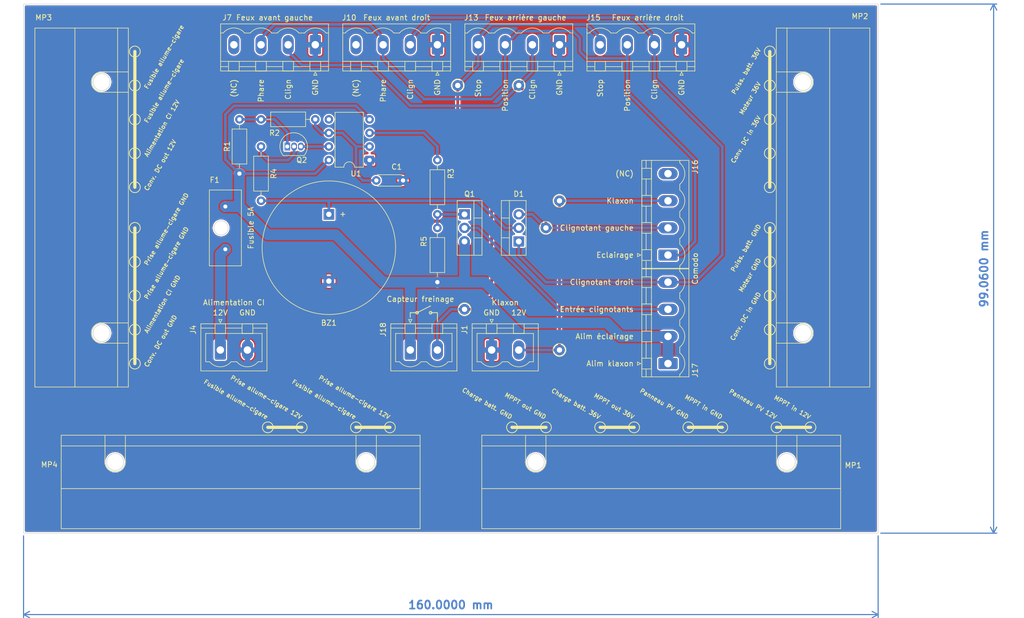
<source format=kicad_pcb>
(kicad_pcb (version 20211014) (generator pcbnew)

  (general
    (thickness 1.6)
  )

  (paper "A4")
  (layers
    (0 "F.Cu" signal)
    (31 "B.Cu" signal)
    (32 "B.Adhes" user "B.Adhesive")
    (33 "F.Adhes" user "F.Adhesive")
    (34 "B.Paste" user)
    (35 "F.Paste" user)
    (36 "B.SilkS" user "B.Silkscreen")
    (37 "F.SilkS" user "F.Silkscreen")
    (38 "B.Mask" user)
    (39 "F.Mask" user)
    (40 "Dwgs.User" user "User.Drawings")
    (41 "Cmts.User" user "User.Comments")
    (42 "Eco1.User" user "User.Eco1")
    (43 "Eco2.User" user "User.Eco2")
    (44 "Edge.Cuts" user)
    (45 "Margin" user)
    (46 "B.CrtYd" user "B.Courtyard")
    (47 "F.CrtYd" user "F.Courtyard")
    (48 "B.Fab" user)
    (49 "F.Fab" user)
    (50 "User.1" user)
    (51 "User.2" user)
    (52 "User.3" user)
    (53 "User.4" user)
    (54 "User.5" user)
    (55 "User.6" user)
    (56 "User.7" user)
    (57 "User.8" user)
    (58 "User.9" user)
  )

  (setup
    (stackup
      (layer "F.SilkS" (type "Top Silk Screen"))
      (layer "F.Paste" (type "Top Solder Paste"))
      (layer "F.Mask" (type "Top Solder Mask") (thickness 0.01))
      (layer "F.Cu" (type "copper") (thickness 0.035))
      (layer "dielectric 1" (type "core") (thickness 1.51) (material "FR4") (epsilon_r 4.5) (loss_tangent 0.02))
      (layer "B.Cu" (type "copper") (thickness 0.035))
      (layer "B.Mask" (type "Bottom Solder Mask") (thickness 0.01))
      (layer "B.Paste" (type "Bottom Solder Paste"))
      (layer "B.SilkS" (type "Bottom Silk Screen"))
      (copper_finish "None")
      (dielectric_constraints no)
    )
    (pad_to_mask_clearance 0)
    (pcbplotparams
      (layerselection 0x00010e0_ffffffff)
      (disableapertmacros false)
      (usegerberextensions false)
      (usegerberattributes true)
      (usegerberadvancedattributes true)
      (creategerberjobfile true)
      (svguseinch false)
      (svgprecision 6)
      (excludeedgelayer true)
      (plotframeref false)
      (viasonmask false)
      (mode 1)
      (useauxorigin false)
      (hpglpennumber 1)
      (hpglpenspeed 20)
      (hpglpendiameter 15.000000)
      (dxfpolygonmode true)
      (dxfimperialunits true)
      (dxfusepcbnewfont true)
      (psnegative false)
      (psa4output false)
      (plotreference true)
      (plotvalue true)
      (plotinvisibletext false)
      (sketchpadsonfab false)
      (subtractmaskfromsilk false)
      (outputformat 1)
      (mirror false)
      (drillshape 0)
      (scaleselection 1)
      (outputdirectory "")
    )
  )

  (net 0 "")
  (net 1 "GND")
  (net 2 "Net-(F1-Pad2)")
  (net 3 "Net-(D1-Pad1)")
  (net 4 "unconnected-(J7-Pad4)")
  (net 5 "unconnected-(J10-Pad4)")
  (net 6 "Net-(J10-Pad3)")
  (net 7 "Net-(J13-Pad4)")
  (net 8 "Net-(J1-Pad2)")
  (net 9 "/Flasher/Out")
  (net 10 "unconnected-(J17-Pad4)")
  (net 11 "/12V_5A")
  (net 12 "Net-(Q1-Pad1)")
  (net 13 "Net-(C1-Pad1)")
  (net 14 "Net-(D1-Pad3)")
  (net 15 "Net-(Q2-Pad1)")
  (net 16 "unconnected-(U1-Pad5)")
  (net 17 "Net-(Q2-Pad2)")
  (net 18 "/Flasher/Enable")
  (net 19 "Net-(Q2-Pad3)")
  (net 20 "Net-(R3-Pad1)")

  (footprint "circuit:Wago_221-500_SplicingConnectorHolder" (layer "F.Cu") (at 94.615 72.39 90))

  (footprint "circuit:Buzzer_25x16_12.5" (layer "F.Cu") (at 137.16 73.66 -90))

  (footprint "circuit:Strap_D2.0mm_Drill1.0mm" (layer "F.Cu") (at 172.72 49.53))

  (footprint "circuit:Wago_221-500_SplicingConnectorHolder" (layer "F.Cu") (at 120.65 120.015 180))

  (footprint "circuit:Littelfuse_FuseHolder_FL1_178.6764.0001" (layer "F.Cu") (at 117.78 76.2 -90))

  (footprint "circuit:Generic_HeaderSocket_1x02_P5.08mm_Vertical_Open" (layer "F.Cu") (at 116.84 99.06))

  (footprint "Resistor_THT:R_Axial_DIN0207_L6.3mm_D2.5mm_P10.16mm_Horizontal" (layer "F.Cu") (at 157.48 63.5 -90))

  (footprint "circuit:Generic_HeaderSocket_1x04_P5.08mm_Vertical_Open" (layer "F.Cu") (at 180.34 41.91 180))

  (footprint "Package_DIP:DIP-8_W7.62mm" (layer "F.Cu") (at 144.78 63.5 180))

  (footprint "circuit:Strap_D2.0mm_Drill1.0mm" (layer "F.Cu") (at 177.8 76.2))

  (footprint "circuit:Strap_D2.0mm_Drill1.0mm" (layer "F.Cu") (at 180.34 99.06))

  (footprint "circuit:Generic_HeaderSocket_1x04_P5.08mm_Vertical_Open" (layer "F.Cu") (at 203.2 41.91 180))

  (footprint "Package_TO_SOT_THT:TO-220-3_Vertical" (layer "F.Cu") (at 172.72 78.74 90))

  (footprint "Package_TO_SOT_THT:TO-92L_Inline" (layer "F.Cu") (at 129.38 60.96))

  (footprint "circuit:Generic_HeaderSocket_1x04_P5.08mm_Vertical_Open" (layer "F.Cu") (at 134.62 41.91 180))

  (footprint "circuit:Generic_HeaderSocket_1x04_P5.08mm_Vertical_Open" (layer "F.Cu") (at 200.66 101.6 90))

  (footprint "Resistor_THT:R_Axial_DIN0207_L6.3mm_D2.5mm_P10.16mm_Horizontal" (layer "F.Cu") (at 157.48 86.36 90))

  (footprint "circuit:Wago_221-500_SplicingConnectorHolder" (layer "F.Cu") (at 225.933 72.39 -90))

  (footprint "Resistor_THT:R_Axial_DIN0207_L6.3mm_D2.5mm_P10.16mm_Horizontal" (layer "F.Cu") (at 124.46 60.96 -90))

  (footprint "circuit:Strap_D2.0mm_Drill1.0mm" (layer "F.Cu") (at 162.56 91.44))

  (footprint "Resistor_THT:R_Axial_DIN0207_L6.3mm_D2.5mm_P10.16mm_Horizontal" (layer "F.Cu") (at 120.42 66.04 90))

  (footprint "Resistor_THT:R_Axial_DIN0207_L6.3mm_D2.5mm_P10.16mm_Horizontal" (layer "F.Cu") (at 124.46 55.88))

  (footprint "circuit:Strap_D2.0mm_Drill1.0mm" (layer "F.Cu") (at 180.34 71.12))

  (footprint "Capacitor_THT:C_Disc_D4.3mm_W1.9mm_P5.00mm" (layer "F.Cu") (at 146.05 67.31))

  (footprint "circuit:Strap_D2.0mm_Drill1.0mm" (layer "F.Cu") (at 161.29 49.53))

  (footprint "circuit:Generic_HeaderSocket_1x02_P5.08mm_Vertical_Open" (layer "F.Cu") (at 167.64 99.06))

  (footprint "circuit:Wago_221-500_SplicingConnectorHolder" (layer "F.Cu") (at 199.39 120.015 180))

  (footprint "circuit:Generic_HeaderSocket_1x02_P5.08mm_Vertical_Open" (layer "F.Cu") (at 152.4 99.06))

  (footprint "circuit:Generic_HeaderSocket_1x04_P5.08mm_Vertical_Open" (layer "F.Cu") (at 200.66 81.28 90))

  (footprint "Package_TO_SOT_THT:TO-220-3_Vertical" (layer "F.Cu") (at 162.56 73.66 -90))

  (footprint "circuit:Generic_HeaderSocket_1x04_P5.08mm_Vertical_Open" (layer "F.Cu") (at 157.48 41.91 180))

  (gr_circle (center 219.71 43.18) (end 219.71 44.196) (layer "F.SilkS") (width 0.15) (fill none) (tstamp 00cc452e-ba96-4e88-af55-18733b4ebc37))
  (gr_line (start 153.67 92.075) (end 156.21 90.805) (layer "F.SilkS") (width 0.15) (tstamp 037ebb6b-c1e3-482d-a0fb-4947fbe14174))
  (gr_circle (center 227.33 113.538) (end 228.346 113.538) (layer "F.SilkS") (width 0.15) (fill none) (tstamp 055fcf87-c6aa-4d3a-b430-5d09e34b74e5))
  (gr_circle (center 100.838 82.55) (end 100.838 83.566) (layer "F.SilkS") (width 0.15) (fill none) (tstamp 0b32eb5e-cf7d-4f91-a80b-b69cb363145f))
  (gr_circle (center 100.838 55.88) (end 100.838 56.896) (layer "F.SilkS") (width 0.15) (fill none) (tstamp 0d55e7a3-dc43-43c6-9a9a-2009d8d31a46))
  (gr_circle (center 219.71 101.6) (end 219.71 102.616) (layer "F.SilkS") (width 0.15) (fill none) (tstamp 0e0ef8f7-8f11-42c6-a45f-df3b4592f844))
  (gr_circle (center 100.838 76.2) (end 100.838 77.216) (layer "F.SilkS") (width 0.15) (fill none) (tstamp 1c60a30a-615f-448b-a49b-d8cc700366e8))
  (gr_circle (center 219.71 55.88) (end 219.71 56.896) (layer "F.SilkS") (width 0.15) (fill none) (tstamp 1eb217a3-880e-4df2-9811-286c14ac7f74))
  (gr_circle (center 100.838 49.53) (end 100.838 50.546) (layer "F.SilkS") (width 0.15) (fill none) (tstamp 21c33e54-0519-410a-b68d-8ed076ea3b1e))
  (gr_circle (center 219.71 95.25) (end 219.71 96.266) (layer "F.SilkS") (width 0.15) (fill none) (tstamp 22f715ec-100a-4c8e-ab3e-fe94307aa39f))
  (gr_line (start 152.4 92.075) (end 153.67 92.075) (layer "F.SilkS") (width 0.15) (tstamp 2665a517-cfa8-4700-85c7-f742ee9f908d))
  (gr_line (start 219.71 101.6) (end 219.71 76.2) (layer "F.SilkS") (width 0.6) (tstamp 267ab17e-424b-4c5b-bf96-65deaaa5db5d))
  (gr_line (start 171.45 113.538) (end 177.8 113.538) (layer "F.SilkS") (width 0.6) (tstamp 276e2239-1b6d-4c52-a207-9385ed3216ee))
  (gr_circle (center 204.47 113.538) (end 204.47 114.554) (layer "F.SilkS") (width 0.15) (fill none) (tstamp 30a29d66-4141-4259-8081-d6952d8bac58))
  (gr_line (start 152.4 92.964) (end 152.4 92.075) (layer "F.SilkS") (width 0.15) (tstamp 317163f5-2dcf-44f7-ad22-042c6ecaf6a0))
  (gr_circle (center 219.71 76.2) (end 219.71 77.216) (layer "F.SilkS") (width 0.15) (fill none) (tstamp 3415d0f1-a5ec-4da2-977b-59cdf177a34e))
  (gr_circle (center 153.67 92.075) (end 153.67 92.329) (layer "F.SilkS") (width 0.15) (fill none) (tstamp 3ba68855-4f8b-4d02-b57a-7a757e623ac6))
  (gr_line (start 157.48 93.726) (end 157.48 92.075) (layer "F.SilkS") (width 0.15) (tstamp 4884cbfa-0b58-4e04-88a2-8b0679a49cfe))
  (gr_circle (center 177.8 113.538) (end 178.816 113.538) (layer "F.SilkS") (width 0.15) (fill none) (tstamp 4ae8d5b6-ac5e-42d2-b8f3-c8cc021daa80))
  (gr_circle (center 100.838 62.23) (end 100.838 63.246) (layer "F.SilkS") (width 0.15) (fill none) (tstamp 51e3ee0a-facb-4db4-9532-340a50f8f1f2))
  (gr_circle (center 210.82 113.538) (end 211.836 113.538) (layer "F.SilkS") (width 0.15) (fill none) (tstamp 556aaf9d-07f6-43f6-8fc0-4e9785c941f1))
  (gr_circle (center 100.838 101.6) (end 100.838 102.616) (layer "F.SilkS") (width 0.15) (fill none) (tstamp 5bf0cce5-0f16-48e1-8027-73d52d0770a7))
  (gr_line (start 156.21 92.075) (end 157.48 92.075) (layer "F.SilkS") (width 0.15) (tstamp 64594d5f-3d87-4b12-b761-9dd43370d25f))
  (gr_line (start 100.838 101.6) (end 100.838 76.2) (layer "F.SilkS") (width 0.6) (tstamp 6880ab3e-a6aa-4a14-9152-a9eb9358d1fc))
  (gr_circle (center 148.59 113.538) (end 149.606 113.538) (layer "F.SilkS") (width 0.15) (fill none) (tstamp 6a0bff84-e9d8-41a3-aabe-ad4db7905799))
  (gr_circle (center 156.21 92.075) (end 156.21 92.329) (layer "F.SilkS") (width 0.15) (fill none) (tstamp 70832878-fccb-4304-88d0-2e6b8d58c95c))
  (gr_line (start 125.73 113.538) (end 132.08 113.538) (layer "F.SilkS") (width 0.6) (tstamp 762ff740-3b01-4bc8-872a-9874ec8e35e1))
  (gr_circle (center 219.71 62.23) (end 219.71 63.246) (layer "F.SilkS") (width 0.15) (fill none) (tstamp 82d429c8-e93d-4f0a-b38e-c4998fc025d4))
  (gr_circle (center 219.71 88.9) (end 219.71 89.916) (layer "F.SilkS") (width 0.15) (fill none) (tstamp 8c73b2a6-3a37-44e3-a20a-4d59420eda58))
  (gr_circle (center 132.08 113.538) (end 133.096 113.538) (layer "F.SilkS") (width 0.15) (fill none) (tstamp 8c76b169-ab5a-4294-b011-8cc6dbfede52))
  (gr_line (start 142.24 113.538) (end 148.59 113.538) (layer "F.SilkS") (width 0.6) (tstamp 91be0c4d-31d3-4e82-bf1f-77f12a0724d3))
  (gr_circle (center 100.838 68.58) (end 100.838 69.596) (layer "F.SilkS") (width 0.15) (fill none) (tstamp 92debe54-aa60-4d78-93c4-7bed450025c3))
  (gr_circle (center 187.96 113.538) (end 187.96 114.554) (layer "F.SilkS") (width 0.15) (fill none) (tstamp 9e269d91-7d17-4c00-b467-153271320d02))
  (gr_line (start 204.47 113.538) (end 210.82 113.538) (layer "F.SilkS") (width 0.6) (tstamp 9f5f49d5-5120-4673-b032-f8b828707780))
  (gr_circle (center 219.71 68.58) (end 219.71 69.596) (layer "F.SilkS") (width 0.15) (fill none) (tstamp ae522db0-de0e-46c6-a5db-2a3e5dc1e2c8))
  (gr_line (start 187.96 113.538) (end 194.31 113.538) (layer "F.SilkS") (width 0.6) (tstamp b9dd1e64-81b6-4cb3-a41a-714927a1f651))
  (gr_line (start 220.98 113.538) (end 227.33 113.538) (layer "F.SilkS") (width 0.6) (tstamp bd1578a3-4a14-4bd9-bd84-0de04e146746))
  (gr_line (start 219.71 68.58) (end 219.71 43.18) (layer "F.SilkS") (width 0.6) (tstamp c385224b-423f-40f8-919d-7bb5706505b4))
  (gr_circle (center 100.838 43.18) (end 100.838 44.196) (layer "F.SilkS") (width 0.15) (fill none) (tstamp c52275f8-949a-4fec-91e2-a5d4834b2abf))
  (gr_circle (center 194.31 113.538) (end 195.326 113.538) (layer "F.SilkS") (width 0.15) (fill none) (tstamp c623ebf3-b72b-47a6-99f0-44d878243028))
  (gr_circle (center 142.24 113.538) (end 142.24 114.554) (layer "F.SilkS") (width 0.15) (fill none) (tstamp d76ff1a7-35b0-4008-84bc-2c8ee966a14c))
  (gr_circle (center 219.71 82.55) (end 219.71 83.566) (layer "F.SilkS") (width 0.15) (fill none) (tstamp dd06bd11-c251-457b-b962-c3f96bc19116))
  (gr_circle (center 100.838 95.25) (end 100.838 96.266) (layer "F.SilkS") (width 0.15) (fill none) (tstamp e0a52752-2d8f-477c-9516-b9400a50c85b))
  (gr_line (start 100.838 68.58) (end 100.838 43.18) (layer "F.SilkS") (width 0.6) (tstamp e16a7896-6132-41a2-88b1-6a30824e02f1))
  (gr_circle (center 219.71 49.53) (end 219.71 50.546) (layer "F.SilkS") (width 0.15) (fill none) (tstamp e613b6cd-fa9d-4fee-b77c-739df61b24e7))
  (gr_circle (center 125.73 113.538) (end 125.73 114.554) (layer "F.SilkS") (width 0.15) (fill none) (tstamp ec541a50-51a5-45b4-bd93-6dc3c5da4675))
  (gr_circle (center 171.45 113.538) (end 171.45 114.554) (layer "F.SilkS") (width 0.15) (fill none) (tstamp f896295d-a092-487a-b396-fb2265acf685))
  (gr_circle (center 220.98 113.538) (end 220.98 114.554) (layer "F.SilkS") (width 0.15) (fill none) (tstamp f96da55c-37fd-441a-97cf-2faa4effb06f))
  (gr_circle (center 100.838 88.9) (end 100.838 89.916) (layer "F.SilkS") (width 0.15) (fill none) (tstamp ff786ef8-333e-498b-b6d9-09fa2cc3b86f))
  (gr_rect (start 80 34.29) (end 240 133.35) (layer "Edge.Cuts") (width 0.1) (fill none) (tstamp baf93642-2aff-4fc6-b370-4199fa085aee))
  (gr_text "Entrée clignotants" (at 194.31 91.44) (layer "F.SilkS") (tstamp 009327c0-15ee-46e8-892a-58efec518749)
    (effects (font (size 1 1) (thickness 0.15)) (justify right))
  )
  (gr_text "Puiss. batt. 36V" (at 217.805 42.545 60) (layer "F.SilkS") (tstamp 0179d269-e1dc-4937-a3ba-dc7abdc5a4b8)
    (effects (font (size 0.8 0.8) (thickness 0.15)) (justify right))
  )
  (gr_text "Capteur freinage" (at 154.305 89.535) (layer "F.SilkS") (tstamp 10f0e3a0-addc-4d65-a2d4-724846e23a5f)
    (effects (font (size 1 1) (thickness 0.15)))
  )
  (gr_text "MPPT in GND" (at 210.82 111.76 330) (layer "F.SilkS") (tstamp 12b35428-8b71-4e7d-bfce-e55e30306b03)
    (effects (font (size 0.8 0.8) (thickness 0.15)) (justify right))
  )
  (gr_text "GND" (at 167.64 92.075) (layer "F.SilkS") (tstamp 12d9dba3-877d-4c21-a5de-a6d93121bc35)
    (effects (font (size 1 1) (thickness 0.15)))
  )
  (gr_text "MPPT out 36V" (at 194.31 111.76 330) (layer "F.SilkS") (tstamp 13bbd547-101b-46f3-94a0-1df1740595c5)
    (effects (font (size 0.8 0.8) (thickness 0.15)) (justify right))
  )
  (gr_text "Fusible 5A" (at 122.555 76.2 90) (layer "F.SilkS") (tstamp 1544f11d-aee5-4f7d-8a2a-3a2ade2a123d)
    (effects (font (size 1 1) (thickness 0.15)))
  )
  (gr_text "Klaxon" (at 170.18 90.17) (layer "F.SilkS") (tstamp 181f8ef5-8c40-480c-9ede-6f3c7b5ce2ff)
    (effects (font (size 1 1) (thickness 0.15)))
  )
  (gr_text "GND" (at 121.92 92.075) (layer "F.SilkS") (tstamp 184e2e09-0552-4371-9e84-9ca65c6d6146)
    (effects (font (size 1 1) (thickness 0.15)))
  )
  (gr_text "Charge batt. 36V" (at 187.96 111.76 330) (layer "F.SilkS") (tstamp 2069bd85-f5ab-4eeb-82ac-ac9ee9e228da)
    (effects (font (size 0.8 0.8) (thickness 0.15)) (justify right))
  )
  (gr_text "Prise allume-cigare 12V" (at 132.08 111.76 330) (layer "F.SilkS") (tstamp 21b0bf50-46d5-4c49-8311-ed3f6264e51e)
    (effects (font (size 0.8 0.8) (thickness 0.15)) (justify right))
  )
  (gr_text "MPPT out GND" (at 177.8 111.76 330) (layer "F.SilkS") (tstamp 29a589e5-3dc9-406d-8d03-2e70186b2e09)
    (effects (font (size 0.8 0.8) (thickness 0.15)) (justify right))
  )
  (gr_text "Clignotant droit" (at 194.31 86.36) (layer "F.SilkS") (tstamp 29d90419-1132-4a2b-970e-b0eccfab1cf9)
    (effects (font (size 1 1) (thickness 0.15)) (justify right))
  )
  (gr_text "GND" (at 134.62 48.26 90) (layer "F.SilkS") (tstamp 2c926ee1-e3c9-40cf-95b9-6c82dc648463)
    (effects (font (size 1 1) (thickness 0.15)) (justify right))
  )
  (gr_text "GND" (at 157.48 48.26 90) (layer "F.SilkS") (tstamp 33c457be-7434-4972-9b74-59a2a75dfe1f)
    (effects (font (size 1 1) (thickness 0.15)) (justify right))
  )
  (gr_text "12V" (at 172.72 92.075) (layer "F.SilkS") (tstamp 3464ffab-61f6-4506-aa32-74780900afde)
    (effects (font (size 1 1) (thickness 0.15)))
  )
  (gr_text "Conv. DC in GND" (at 217.805 88.265 60) (layer "F.SilkS") (tstamp 354f4214-25cc-4c1c-af90-691b93e325f6)
    (effects (font (size 0.8 0.8) (thickness 0.15)) (justify right))
  )
  (gr_text "Fusible allume-cigare" (at 142.24 111.76 330) (layer "F.SilkS") (tstamp 36a31b89-4d85-42e0-a55c-c839a34f9025)
    (effects (font (size 0.8 0.8) (thickness 0.15)) (justify right))
  )
  (gr_text "Fusible allume-cigare" (at 125.73 111.76 330) (layer "F.SilkS") (tstamp 39e7c3a6-7728-4532-abb1-94c7cefee84c)
    (effects (font (size 0.8 0.8) (thickness 0.15)) (justify right))
  )
  (gr_text "Conv. DC out 12V" (at 102.87 69.215 60) (layer "F.SilkS") (tstamp 4430018d-167b-42c4-88a6-aec09ab96fc1)
    (effects (font (size 0.8 0.8) (thickness 0.15)) (justify left))
  )
  (gr_text "Feux avant gauche" (at 127 36.83) (layer "F.SilkS") (tstamp 479e96c7-febe-46ff-b0f9-4ff5069df68d)
    (effects (font (size 1 1) (thickness 0.15)))
  )
  (gr_text "Feux arrière gauche" (at 173.99 36.83) (layer "F.SilkS") (tstamp 5050200a-ec68-42b1-b377-093dec82d41a)
    (effects (font (size 1 1) (thickness 0.15)))
  )
  (gr_text "Clign" (at 175.26 48.26 90) (layer "F.SilkS") (tstamp 5a15157a-7512-4e5c-84d4-469b0cf5e59f)
    (effects (font (size 1 1) (thickness 0.15)) (justify right))
  )
  (gr_text "Clignotant gauche" (at 194.31 76.2) (layer "F.SilkS") (tstamp 5fdd986d-182f-4920-a3f2-bb498f06298c)
    (effects (font (size 1 1) (thickness 0.15)) (justify right))
  )
  (gr_text "Panneau PV GND" (at 204.47 111.76 330) (layer "F.SilkS") (tstamp 61f9941f-5166-4352-a2f2-5b11a6cad889)
    (effects (font (size 0.8 0.8) (thickness 0.15)) (justify right))
  )
  (gr_text "Alimentation CI 12V" (at 102.87 62.865 60) (layer "F.SilkS") (tstamp 65a57779-4789-40b5-bd5a-fe715e8093a8)
    (effects (font (size 0.8 0.8) (thickness 0.15)) (justify left))
  )
  (gr_text "12V" (at 116.84 92.075) (layer "F.SilkS") (tstamp 67d847b8-f92c-4347-addf-84d787c4ca95)
    (effects (font (size 1 1) (thickness 0.15)))
  )
  (gr_text "Prise allume-cigare GND" (at 102.87 83.185 60) (layer "F.SilkS") (tstamp 6eff0d18-74e4-4ad2-b719-69c3c845f121)
    (effects (font (size 0.8 0.8) (thickness 0.15)) (justify left))
  )
  (gr_text "Clign" (at 198.12 48.26 90) (layer "F.SilkS") (tstamp 700b58be-56ba-4cb7-a015-f3877f13d200)
    (effects (font (size 1 1) (thickness 0.15)) (justify right))
  )
  (gr_text "Alimentation CI GND" (at 102.87 95.885 60) (layer "F.SilkS") (tstamp 71182d09-709a-47f7-b7f3-dac75ae64276)
    (effects (font (size 0.8 0.8) (thickness 0.15)) (justify left))
  )
  (gr_text "Charge batt. GND" (at 171.45 111.76 330) (layer "F.SilkS") (tstamp 714110b5-09b5-4edb-8143-6d8636562c61)
    (effects (font (size 0.8 0.8) (thickness 0.15)) (justify right))
  )
  (gr_text "Stop" (at 165.1 48.26 90) (layer "F.SilkS") (tstamp 722c265d-2783-4131-9fa5-c3608639bdec)
    (effects (font (size 1 1) (thickness 0.15)) (justify right))
  )
  (gr_text "Prise allume-cigare GND" (at 102.87 89.535 60) (layer "F.SilkS") (tstamp 7672544e-9c7f-4530-bed9-ccbf1fc792e2)
    (effects (font (size 0.8 0.8) (thickness 0.15)) (justify left))
  )
  (gr_text "(NC)" (at 142.24 48.26 90) (layer "F.SilkS") (tstamp 81670fe2-cb26-430f-b727-4812bc9dcec2)
    (effects (font (size 1 1) (thickness 0.15)) (justify right))
  )
  (gr_text "Clign" (at 152.4 48.26 90) (layer "F.SilkS") (tstamp 85a06cc9-afdf-41f7-b124-edeaa893efac)
    (effects (font (size 1 1) (thickness 0.15)) (justify right))
  )
  (gr_text "Clign" (at 129.54 48.26 90) (layer "F.SilkS") (tstamp 8e752887-0b98-4c6b-b65f-b332ae9a9362)
    (effects (font (size 1 1) (thickness 0.15)) (justify right))
  )
  (gr_text "Feux arrière droit" (at 196.85 36.83) (layer "F.SilkS") (tstamp 922a98d4-aa77-4c67-b89f-e480c6ae99db)
    (effects (font (size 1 1) (thickness 0.15)))
  )
  (gr_text "Fusible allume-cigare" (at 102.87 56.515 60) (layer "F.SilkS") (tstamp 93c27926-85d0-4404-b295-380ef1e37ac5)
    (effects (font (size 0.8 0.8) (thickness 0.15)) (justify left))
  )
  (gr_text "Position" (at 170.18 48.26 90) (layer "F.SilkS") (tstamp 9403f260-da8c-45a7-9c0e-fdad94d66a10)
    (effects (font (size 1 1) (thickness 0.15)) (justify right))
  )
  (gr_text "Phare" (at 147.32 48.26 90) (layer "F.SilkS") (tstamp 94258d65-465f-472b-ac8e-490f605ed077)
    (effects (font (size 1 1) (thickness 0.15)) (justify right))
  )
  (gr_text "Moteur GND" (at 217.805 81.915 60) (layer "F.SilkS") (tstamp 9a6087f4-bc8b-43cd-8846-40fb689372eb)
    (effects (font (size 0.8 0.8) (thickness 0.15)) (justify right))
  )
  (gr_text "Alim éclairage" (at 194.31 96.52) (layer "F.SilkS") (tstamp ac9c7750-93d2-41f0-97bd-67093134d658)
    (effects (font (size 1 1) (thickness 0.15)) (justify right))
  )
  (gr_text "MPPT in 12V" (at 227.33 111.76 330) (layer "F.SilkS") (tstamp ae97602b-c29e-4540-95a0-a90ab7fb8a31)
    (effects (font (size 0.8 0.8) (thickness 0.15)) (justify right))
  )
  (gr_text "Feux avant droit" (at 149.86 36.83) (layer "F.SilkS") (tstamp b2f15d2e-8ab4-4101-9c07-858be9e8e3b8)
    (effects (font (size 1 1) (thickness 0.15)))
  )
  (gr_text "Eclairage" (at 194.31 81.28) (layer "F.SilkS") (tstamp be57702c-5815-47a9-b9b9-e783c8223dc9)
    (effects (font (size 1 1) (thickness 0.15)) (justify right))
  )
  (gr_text "Phare" (at 124.46 48.26 90) (layer "F.SilkS") (tstamp bf17cf21-f1a8-4a6b-80a7-084e7c3b2eb1)
    (effects (font (size 1 1) (thickness 0.15)) (justify right))
  )
  (gr_text "Panneau PV 12V" (at 220.98 111.76 330) (layer "F.SilkS") (tstamp c002088f-cfde-4354-822c-968e274e8262)
    (effects (font (size 0.8 0.8) (thickness 0.15)) (justify right))
  )
  (gr_text "Stop" (at 187.96 48.26 90) (layer "F.SilkS") (tstamp c097cb44-de61-4987-b402-80ee892def3d)
    (effects (font (size 1 1) (thickness 0.15)) (justify right))
  )
  (gr_text "Moteur 36V" (at 217.805 48.895 60) (layer "F.SilkS") (tstamp c343e982-c378-429e-a351-6bb7a503e83b)
    (effects (font (size 0.8 0.8) (thickness 0.15)) (justify right))
  )
  (gr_text "(NC)" (at 194.31 66.04) (layer "F.SilkS") (tstamp c37607ba-c9a9-4b49-9c6b-40e258059f1a)
    (effects (font (size 1 1) (thickness 0.15)) (justify right))
  )
  (gr_text "Klaxon" (at 194.31 71.12) (layer "F.SilkS") (tstamp c62e4f50-4d66-4232-b6e1-c4686e60ff45)
    (effects (font (size 1 1) (thickness 0.15)) (justify right))
  )
  (gr_text "Alimentation CI" (at 119.38 90.17) (layer "F.SilkS") (tstamp d185276d-52f9-43b2-b205-1ad3d64318ab)
    (effects (font (size 1 1) (thickness 0.15)))
  )
  (gr_text "Conv. DC in 36V" (at 217.805 55.245 60) (layer "F.SilkS") (tstamp d6b3a406-6bda-477d-9ab9-2d46febf82b0)
    (effects (font (size 0.8 0.8) (thickness 0.15)) (justify right))
  )
  (gr_text "Alim klaxon" (at 194.31 101.6) (layer "F.SilkS") (tstamp d6dba4b6-cc89-47bc-8a8e-f65dc0b05f49)
    (effects (font (size 1 1) (thickness 0.15)) (justify right))
  )
  (gr_text "Conv. DC out GND" (at 102.87 102.235 60) (layer "F.SilkS") (tstamp d76d4d60-7c6c-4800-9139-422dfceee3ab)
    (effects (font (size 0.8 0.8) (thickness 0.15)) (justify left))
  )
  (gr_text "Position" (at 193.04 48.26 90) (layer "F.SilkS") (tstamp d996caa2-9490-43a7-b6d5-be6ef90f2813)
    (effects (font (size 1 1) (thickness 0.15)) (justify right))
  )
  (gr_text "Fusible allume-cigare" (at 102.87 50.165 60) (layer "F.SilkS") (tstamp dab41d0b-79b2-4449-b22f-6c5c4e5e953e)
    (effects (font (size 0.8 0.8) (thickness 0.15)) (justify left))
  )
  (gr_text "Comodo" (at 205.74 83.82 90) (layer "F.SilkS") (tstamp dbb9f5e6-2e8f-4c85-afe4-940d2c33e0c6)
    (effects (font (size 1 1) (thickness 0.15)))
  )
  (gr_text "(NC)" (at 119.38 48.26 90) (layer "F.SilkS") (tstamp e6c921ac-e5b4-4c56-a84a-39691a60427d)
    (effects (font (size 1 1) (thickness 0.15)) (justify right))
  )
  (gr_text "GND" (at 203.2 48.26 90) (layer "F.SilkS") (tstamp f06d498b-d592-47e6-b472-036a273bf9fc)
    (effects (font (size 1 1) (thickness 0.15)) (justify right))
  )
  (gr_text "Puiss. batt. GND" (at 217.805 75.565 60) (layer "F.SilkS") (tstamp f2a68f75-7097-4d14-aa83-0930ed3879c2)
    (effects (font (size 0.8 0.8) (thickness 0.15)) (justify right))
  )
  (gr_text "Prise allume-cigare 12V" (at 148.59 111.76 330) (layer "F.SilkS") (tstamp f5ae01be-f92f-46e1-93d8-12890137dba7)
    (effects (font (size 0.8 0.8) (thickness 0.15)) (justify right))
  )
  (gr_text "GND" (at 180.34 48.26 90) (layer "F.SilkS") (tstamp f9a58e77-e2ef-4d43-91c6-174b5c2ccb7e)
    (effects (font (size 1 1) (thickness 0.15)) (justify right))
  )
  (dimension (type aligned) (layer "B.Cu") (tstamp 4e1f1c92-8a9a-4ed5-bef2-e21d317891d9)
    (pts (xy 240 133.35) (xy 80 133.35))
    (height -15.24)
    (gr_text "160.0000 mm" (at 160 146.79) (layer "B.Cu") (tstamp 4e1f1c92-8a9a-4ed5-bef2-e21d317891d9)
      (effects (font (size 1.5 1.5) (thickness 0.3)))
    )
    (format (units 3) (units_format 1) (precision 4))
    (style (thickness 0.2) (arrow_length 1.27) (text_position_mode 0) (extension_height 0.58642) (extension_offset 0.5) keep_text_aligned)
  )
  (dimension (type aligned) (layer "B.Cu") (tstamp 7b10cdd2-34ca-4948-92f5-f31747f57471)
    (pts (xy 240 133.35) (xy 240 34.29))
    (height 21.62)
    (gr_text "99.0600 mm" (at 259.82 83.82 90) (layer "B.Cu") (tstamp 7b10cdd2-34ca-4948-92f5-f31747f57471)
      (effects (font (size 1.5 1.5) (thickness 0.3)))
    )
    (format (units 3) (units_format 1) (precision 4))
    (style (thickness 0.2) (arrow_length 1.27) (text_position_mode 0) (extension_height 0.58642) (extension_offset 0.5) keep_text_aligned)
  )

  (segment (start 116.84 81.14) (end 117.78 80.2) (width 2.032) (layer "B.Cu") (net 2) (tstamp 5c00ef32-89e2-4b31-b097-14aee8989fe3))
  (segment (start 116.84 99.06) (end 116.84 81.14) (width 2.032) (layer "B.Cu") (net 2) (tstamp bbbcfb12-5a4f-4946-9dfa-822d6c963ee0))
  (segment (start 194.31 36.83) (end 198.12 40.64) (width 0.508) (layer "B.Cu") (net 3) (tstamp 1b047a7a-a238-454e-8160-caa19366d198))
  (segment (start 205.74 86.36) (end 200.66 86.36) (width 0.508) (layer "B.Cu") (net 3) (tstamp 4873c0fa-f9f4-4a3b-9e55-0e4de707f919))
  (segment (start 172.72 81.28) (end 177.8 86.36) (width 0.508) (layer "B.Cu") (net 3) (tstamp 5b587f90-2ad8-407c-9476-dfad5d3d8252))
  (segment (start 210.82 81.28) (end 205.74 86.36) (width 0.508) (layer "B.Cu") (net 3) (tstamp 64ccd70d-4c42-4d87-b1d7-1d1154eb1bf7))
  (segment (start 210.82 60.96) (end 210.82 81.28) (width 0.508) (layer "B.Cu") (net 3) (tstamp 851ffa4c-999e-40ab-8ec3-13cd54cd130e))
  (segment (start 172.72 81.28) (end 172.72 78.74) (width 0.508) (layer "B.Cu") (net 3) (tstamp a692b0f7-add8-4118-ae2f-a8afd0a941ca))
  (segment (start 198.12 48.26) (end 210.82 60.96) (width 0.508) (layer "B.Cu") (net 3) (tstamp c704064f-8ed8-4316-8476-f78b187c2d23))
  (segment (start 152.4 40.64) (end 156.21 36.83) (width 0.508) (layer "B.Cu") (net 3) (tstamp cda60d67-cfbe-4899-8113-a44ae70f988a))
  (segment (start 200.66 86.36) (end 177.8 86.36) (width 0.508) (layer "B.Cu") (net 3) (tstamp d02ee71b-f32a-4785-b7c1-5c1bfa3a05ae))
  (segment (start 156.21 36.83) (end 194.31 36.83) (width 0.508) (layer "B.Cu") (net 3) (tstamp daf8d8a4-007f-4463-bbf7-b3835163dda3))
  (segment (start 198.12 41.91) (end 198.12 48.26) (width 0.508) (layer "B.Cu") (net 3) (tstamp e109767f-388d-43c7-b385-1f370cf9d589))
  (segment (start 200.66 81.28) (end 203.2 81.28) (width 0.508) (layer "B.Cu") (net 6) (tstamp 03e25e78-de0a-43c9-be9d-f1bda354831a))
  (segment (start 184.15 40.64) (end 184.15 43.18) (width 0.508) (layer "B.Cu") (net 6) (tstamp 05fe1016-7f24-412c-8dd8-9bea47170f8e))
  (segment (start 182.88 39.37) (end 184.15 40.64) (width 0.508) (layer "B.Cu") (net 6) (tstamp 0e1255eb-10f5-49d6-8156-ccbdbba5aff5))
  (segment (start 124.46 40.64) (end 127 38.1) (width 0.508) (layer "B.Cu") (net 6) (tstamp 34f760b4-3847-4c4d-8d8d-4e22a8b71931))
  (segment (start 170.18 49.53) (end 167.64 52.07) (width 0.508) (layer "B.Cu") (net 6) (tstamp 35cf3ed3-d609-4b6f-8925-bdeb5ede55ff))
  (segment (start 167.64 52.07) (end 154.94 52.07) (width 0.508) (layer "B.Cu") (net 6) (tstamp 3f27a0ba-06ae-41fa-a3a8-e484448faffd))
  (segment (start 205.74 78.74) (end 205.74 63.5) (width 0.508) (layer "B.Cu") (net 6) (tstamp 48a0fe0d-de3e-4dd5-b912-a6f011b575a2))
  (segment (start 185.42 44.45) (end 193.04 44.45) (width 0.508) (layer "B.Cu") (net 6) (tstamp 50dfe92c-d161-4d6b-8eb1-ba6b65778db0))
  (segment (start 127 38.1) (end 144.78 38.1) (width 0.508) (layer "B.Cu") (net 6) (tstamp 57949ec2-2d6c-46b1-91e4-7d08848f1caf))
  (segment (start 147.32 44.45) (end 154.94 52.07) (width 0.508) (layer "B.Cu") (net 6) (tstamp 57b49646-1da2-4074-a7d9-e344547f344d))
  (segment (start 205.74 63.5) (end 193.04 50.8) (width 0.508) (layer "B.Cu") (net 6) (tstamp 5ac26372-c244-46d2-960a-5df174e80e8d))
  (segment (start 170.18 41.91) (end 172.72 39.37) (width 0.508) (layer "B.Cu") (net 6) (tstamp 5bffe957-7e04-4cd6-b36c-905bebbace62))
  (segment (start 172.72 39.37) (end 182.88 39.37) (width 0.508) (layer "B.Cu") (net 6) (tstamp 82e8a220-a39e-4eb6-b33c-ff121d9860d5))
  (segment (start 193.04 50.8) (end 193.04 44.45) (width 0.508) (layer "B.Cu") (net 6) (tstamp 8f95b7ff-5c40-410e-8fcc-a6c2474a9457))
  (segment (start 144.78 38.1) (end 147.32 40.64) (width 0.508) (layer "B.Cu") (net 6) (tstamp 998adf27-3512-4a25-a92d-f129f7da6074))
  (segment (start 193.04 44.45) (end 193.04 40.64) (width 0.508) (layer "B.Cu") (net 6) (tstamp a9eee6db-ef91-4896-87a5-14576d80b0ae))
  (segment (start 170.18 41.91) (end 170.18 49.53) (width 0.508) (layer "B.Cu") (net 6) (tstamp b99290c2-6f32-41e2-afff-748cb8db7787))
  (segment (start 147.32 44.45) (end 147.32 41.91) (width 0.508) (layer "B.Cu") (net 6) (tstamp ee2f5d29-0b85-43e7-b3e2-0ea7793b7fca))
  (segment (start 203.2 81.28) (end 205.74 78.74) (width 0.508) (layer "B.Cu") (net 6) (tstamp ef4df4a1-07b2-4a92-87d5-495975714946))
  (segment (start 184.15 43.18) (end 185.42 44.45) (width 0.508) (layer "B.Cu") (net 6) (tstamp fc5e65ee-80f1-4e2e-a8fd-410525239d57))
  (segment (start 167.64 88.9) (end 167.64 63.5) (width 0.508) (layer "F.Cu") (net 7) (tstamp 4e4412b9-c0ee-4fdc-b9cf-345eafb00139))
  (segment (start 165.1 91.44) (end 167.64 88.9) (width 0.508) (layer "F.Cu") (net 7) (tstamp 751946b9-3695-425d-a3e1-bb4bf56f3a95))
  (segment (start 167.64 63.5) (end 161.29 57.15) (width 0.508) (layer "F.Cu") (net 7) (tstamp 929429d7-dbb0-479a-bc72-774154939f15))
  (segment (start 162.56 91.44) (end 165.1 91.44) (width 0.508) (layer "F.Cu") (net 7) (tstamp aa7a1463-5f69-4720-b0a3-f490e61a6372))
  (segment (start 161.29 57.15) (end 161.29 49.53) (width 0.508) (layer "F.Cu") (net 7) (tstamp d439dd61-5921-443f-b481-ccdaf8b00724))
  (segment (start 185.42 38.1) (end 187.96 40.64) (width 0.508) (layer "B.Cu") (net 7) (tstamp 180c0a2e-c9e6-46d6-984b-e682d0446a26))
  (segment (start 165.1 45.72) (end 165.1 41.91) (width 0.508) (layer "B.Cu") (net 7) (tstamp 2544ab90-702a-4571-baca-20aad00ca95b))
  (segment (start 165.1 40.64) (end 167.64 38.1) (width 0.508) (layer "B.Cu") (net 7) (tstamp 904625df-6fca-45d3-86d5-eb2ef3cf357d))
  (segment (start 157.48 99.06) (end 157.48 93.98) (width 0.508) (layer "B.Cu") (net 7) (tstamp a1104868-2d82-4b80-9223-b93dbd0f3aa8))
  (segment (start 161.29 49.53) (end 165.1 45.72) (width 0.508) (layer "B.Cu") (net 7) (tstamp aaf085b3-6514-49d2-8ae3-b803085a48d6))
  (segment (start 167.64 38.1) (end 185.42 38.1) (width 0.508) (layer "B.Cu") (net 7) (tstamp b17bf977-72d6-44fc-9735-73102af16fbb))
  (segment (start 160.02 91.44) (end 162.56 91.44) (width 0.508) (layer "B.Cu") (net 7) (tstamp c4f029d7-7d53-49f5-b580-7aab1eb73184))
  (segment (start 157.48 93.98) (end 160.02 91.44) (width 0.508) (layer "B.Cu") (net 7) (tstamp dd54f6a5-27ae-4b4b-8e0a-717c2b7f4801))
  (segment (start 180.34 71.12) (end 180.34 99.06) (width 0.508) (layer "F.Cu") (net 8) (tstamp fc586361-934b-48b1-8167-21afb98bfced))
  (segment (start 172.72 99.06) (end 180.34 99.06) (width 0.508) (layer "B.Cu") (net 8) (tstamp 65792217-74d9-4125-94a1-cd04d3a182c0))
  (segment (start 180.34 71.12) (end 200.66 71.12) (width 0.508) (layer "B.Cu") (net 8) (tstamp 874c3ad9-c635-42f6-803b-f251bb60d266))
  (segment (start 180.34 91.44) (end 200.66 91.44) (width 0.508) (layer "B.Cu") (net 9) (tstamp 107a0ae7-71cb-48ec-8093-42c100918039))
  (segment (start 162.56 76.2) (end 165.1 76.2) (width 0.508) (layer "B.Cu") (net 9) (tstamp 217529c4-552a-458a-92c7-c771b770a2f2))
  (segment (start 165.1 76.2) (end 180.34 91.44) (width 0.508) (layer "B.Cu") (net 9) (tstamp cac6af1a-a951-4b42-a3c5-127b4f03477f))
  (segment (start 119.38 53.34) (end 142.24 53.34) (width 0.508) (layer "B.Cu") (net 11) (tstamp 0bbddc3c-6072-4d58-a8fc-ca1bf718c0f2))
  (segment (start 120.38 72.2) (end 120.42 72.16) (width 2.032) (layer "B.Cu") (net 11) (tstamp 0c3a48c2-dd38-4ceb-b526-59620e69d231))
  (segment (start 142.24 53.34) (end 144.78 55.88) (width 0.508) (layer "B.Cu") (net 11) (tstamp 271c2193-425e-4f4f-b6ba-d11a5377eac9))
  (segment (start 166.37 86.36) (end 173.99 93.98) (width 2.032) (layer "B.Cu") (net 11) (tstamp 38218db1-222a-47b2-988e-31b304c7afe2))
  (segment (start 120.42 66.04) (end 117.78 63.4) (width 0.508) (layer "B.Cu") (net 11) (tstamp 3a87861e-ed2f-4b95-ae89-8fe6144aa10c))
  (segment (start 152.4 99.06) (end 152.4 86.36) (width 2.032) (layer "B.Cu") (net 11) (tstamp 50463304-2c06-470f-a690-d7fa15f26a63))
  (segment (start 147.32 86.36) (end 152.4 86.36) (width 2.032) (layer "B.Cu") (net 11) (tstamp 511b1128-6934-422b-9d5b-50cf7dd1f238))
  (segment (start 134.62 66.04) (end 137.16 63.5) (width 0.508) (layer "B.Cu") (net 11) (tstamp 5c6baefa-901d-428f-a065-bce73a32690e))
  (segment (start 117.78 54.94) (end 119.38 53.34) (width 0.508) (layer "B.Cu") (net 11) (tstamp 664f7f69-775f-48ee-affa-133481c93bfb))
  (segment (start 189.23 93.98) (end 191.77 96.52) (width 2.032) (layer "B.Cu") (net 11) (tstamp 89c914c6-2ce2-4529-a3a7-1807ee7d7256))
  (segment (start 200.66 101.6) (end 200.66 96.52) (width 2.032) (layer "B.Cu") (net 11) (tstamp a314a824-fad8-4089-b47c-abfff9fe858c))
  (segment (start 125.73 77.47) (end 138.43 77.47) (width 2.032) (layer "B.Cu") (net 11) (tstamp a9959c0c-c282-46f3-b88f-3d8c2e157a44))
  (segment (start 162.56 78.74) (end 162.56 86.36) (width 2.032) (layer "B.Cu") (net 11) (tstamp acad9e44-9b8c-4ae2-a854-5e709364e968))
  (segment (start 138.43 77.47) (end 147.32 86.36) (width 2.032) (layer "B.Cu") (net 11) (tstamp aee0457d-a342-4a6e-82ff-21c3c24898d2))
  (segment (start 120.42 72.16) (end 125.73 77.47) (width 2.032) (layer "B.Cu") (net 11) (tstamp b0865ccc-3b52-4180-9819-46919197d26a))
  (segment (start 162.56 86.36) (end 166.37 86.36) (width 2.032) (layer "B.Cu") (net 11) (tstamp b394a086-6225-4656-b42a-2220e1656bea))
  (segment (start 157.48 86.36) (end 162.56 86.36) (width 2.032) (layer "B.Cu") (net 11) (tstamp d7288496-2ba3-4172-a3be-6ae0b5dda486))
  (segment (start 173.99 93.98) (end 189.23 93.98) (width 2.032) (layer "B.Cu") (net 11) (tstamp d84ef127-d3e2-4f7f-b454-444e2ae17f02))
  (segment (start 120.42 66.04) (end 134.62 66.04) (width 0.508) (layer "B.Cu") (net 11) (tstamp e6a44a26-4d05-48ff-9b82-1d97ef5ac992))
  (segment (start 191.77 96.52) (end 200.66 96.52) (width 2.032) (layer "B.Cu") (net 11) (tstamp e9ebf18d-4744-43b3-9e87-34d9e5542be9))
  (segment (start 117.78 72.2) (end 120.38 72.2) (width 2.032) (layer "B.Cu") (net 11) (tstamp f08abcb1-c19a-44aa-8167-12b49075c0ec))
  (segment (start 120.42 66.04) (end 120.42 72.16) (width 2.032) (layer "B.Cu") (net 11) (tstamp f0ec7bd5-c75c-4d18-8251-5fc7a51ff194))
  (segment (start 157.48 86.36) (end 152.4 86.36) (width 2.032) (layer "B.Cu") (net 11) (tstamp f3507c9b-c4f9-4e43-b81c-a1474992c9f8))
  (segment (start 117.78 63.4) (end 117.78 54.94) (width 0.508) (layer "B.Cu") (net 11) (tstamp fa224051-0c8e-4141-8e53-e75281d81119))
  (segment (start 157.48 76.2) (end 157.48 73.66) (width 0.508) (layer "B.Cu") (net 12) (tstamp 7f3500fd-12a2-44e3-8ef0-554bad7c8c52))
  (segment (start 162.56 73.66) (end 157.48 73.66) (width 0.508) (layer "B.Cu") (net 12) (tstamp dfcaf409-d79b-4623-8b54-a02f303bd123))
  (segment (start 137.16 58.42) (end 135.89 58.42) (width 0.508) (layer "B.Cu") (net 13) (tstamp 6e7e9711-2e07-479a-b281-925048fc1401))
  (segment (start 143.51 67.31) (end 142.24 66.04) (width 0.508) (layer "B.Cu") (net 13) (tstamp 91b68d6c-3378-488c-ac85-4de8a2695deb))
  (segment (start 144.78 60.96) (end 142.24 60.96) (width 0.508) (layer "B.Cu") (net 13) (tstamp a46ecaa2-cecc-46dd-ba94-93aaf048bcb5))
  (segment (start 135.89 58.42) (end 134.62 57.15) (width 0.508) (layer "B.Cu") (net 13) (tstamp a757b50b-5247-4d96-bd7a-0c20a5ef89df))
  (segment (start 139.7 58.42) (end 137.16 58.42) (width 0.508) (layer "B.Cu") (net 13) (tstamp b96401a6-6bb6-42a4-9bd8-45e9c495ddc0))
  (segment (start 134.62 57.15) (end 134.62 55.88) (width 0.508) (layer "B.Cu") (net 13) (tstamp bddbf097-8e8d-4f65-b645-63bcf33be2f3))
  (segment (start 142.24 60.96) (end 139.7 58.42) (width 0.508) (layer "B.Cu") (net 13) (tstamp c51dce9b-81fc-4bae-bd9a-532409c48c28))
  (segment (start 146.05 67.31) (end 143.51 67.31) (width 0.508) (layer "B.Cu") (net 13) (tstamp d2b0c56c-d0cd-4b71-9991-0ab0757a3a5d))
  (segment (start 142.24 66.04) (end 142.24 60.96) (width 0.508) (layer "B.Cu") (net 13) (tstamp e1ac46d7-a5ef-4cc7-bac6-e28a1e349d84))
  (segment (start 177.8 76.2) (end 177.8 54.61) (width 0.508) (layer "F.Cu") (net 14) (tstamp de70f347-4fc5-4ad6-a2d6-1f38fbe40c3e))
  (segment (start 177.8 54.61) (end 172.72 49.53) (width 0.508) (layer "F.Cu") (net 14) (tstamp ee93d3ea-3eec-481e-b1cd-ba370f6b100e))
  (segment (start 144.78 45.72) (end 132.08 45.72) (width 0.508) (layer "B.Cu") (net 14) (tstamp 138f1a24-8f98-4b2b-9c62-11b0909a5a27))
  (segment (start 172.72 49.53) (end 175.26 46.99) (width 0.508) (layer "B.Cu") (net 14) (tstamp 2251785c-eb4d-4ba1-8c2d-12abdfd8b133))
  (segment (start 177.8 76.2) (end 200.66 76.2) (width 0.508) (layer "B.Cu") (net 14) (tstamp 243eead3-a258-4c94-aee9-19b33475f78b))
  (segment (start 175.26 73.66) (end 172.72 73.66) (width 0.508) (layer "B.Cu") (net 14) (tstamp 4a45a9fe-67f6-4f90-9537-0c2d7cf77186))
  (segment (start 177.8 76.2) (end 175.26 73.66) (width 0.508) (layer "B.Cu") (net 14) (tstamp 63bb83a3-a96c-4531-8ca4-5f6a12311b79))
  (segment (start 132.08 45.72) (end 129.54 43.18) (width 0.508) (layer "B.Cu") (net 14) (tstamp 8fd53ff8-1a6b-45b0-bde2-963773f2cbf4))
  (segment (start 175.26 41.91) (end 175.26 46.99) (width 0.508) (layer "B.Cu") (net 14) (tstamp b3205ce7-b2dc-45e6-acd2-fcf688f3ddfd))
  (segment (start 152.4 53.34) (end 144.78 45.72) (width 0.508) (layer "B.Cu") (net 14) (tstamp c6399507-8805-4838-9aae-2e8a3bbd8eb0))
  (segment (start 172.72 49.53) (end 168.91 53.34) (width 0.508) (layer "B.Cu") (net 14) (tstamp caf96b26-7c5a-454e-a4ca-067aa9a60c15))
  (segment (start 168.91 53.34) (end 152.4 53.34) (width 0.508) (layer "B.Cu") (net 14) (tstamp f014bd5a-6c6e-4768-8bb0-690bb8f32398))
  (segment (start 127 55.88) (end 124.46 55.88) (width 0.508) (layer "B.Cu") (net 15) (tstamp 15ff7214-4326-46dd-b501-dd6c1476ada1))
  (segment (start 120.42 55.88) (end 124.46 55.88) (width 0.508) (layer "B.Cu") (net 15) (tstamp 78edaf5b-d275-43ca-a42a-6e63fe60da9f))
  (segment (start 129.38 60.96) (end 129.38 58.26) (width 0.508) (layer "B.Cu") (net 15) (tstamp 7ca8bc32-b824-4c83-bf1f-7679a90b4862))
  (segment (start 129.38 58.26) (end 127 55.88) (width 0.508) (layer "B.Cu") (net 15) (tstamp ed20a8db-b4f5-4ebf-8d4b-2830fca673a7))
  (segment (start 130.65 62.39) (end 129.54 63.5) (width 0.508) (layer "B.Cu") (net 17) (tstamp 084b79de-9aa5-4d6b-b5fb-783c0871e67a))
  (segment (start 129.54 63.5) (end 125.73 63.5) (width 0.508) (layer "B.Cu") (net 17) (tstamp 1c80fa92-cf7d-431a-be92-197c269377ed))
  (segment (start 125.73 63.5) (end 124.46 62.23) (width 0.508) (layer "B.Cu") (net 17) (tstamp c2135daf-b3c8-4beb-a8eb-14f9efcfde0d))
  (segment (start 124.46 62.23) (end 124.46 60.96) (width 0.508) (layer "B.Cu") (net 17) (tstamp cf167a03-067b-45b6-ac6b-3ae8a013522c))
  (segment (start 130.65 60.96) (end 130.65 62.39) (width 0.508) (layer "B.Cu") (net 17) (tstamp d51e24ad-b1de-4709-a7ec-39da1c7a3ed0))
  (segment (start 137.16 71.12) (end 165.1 71.12) (width 0.508) (layer "B.Cu") (net 18) (tstamp 17ff891a-e196-4798-a432-ae835d25b8f0))
  (segment (start 137.16 73.66) (end 137.16 71.12) (width 0.508) (layer "B.Cu") (net 18) (tstamp 5791ccc7-3414-4280-961d-ac7229a1b2d0))
  (segment (start 137.16 71.12) (end 124.46 71.12) (width 0.508) (layer "B.Cu") (net 18) (tstamp 5d731d15-b568-4be1-b2f2-4b8219df0c17))
  (segment (start 170.18 76.2) (end 172.72 76.2) (width 0.508) (layer "B.Cu") (net 18) (tstamp a252c11f-f383-414e-8361-4e3d69d3628a))
  (segment (start 165.1 71.12) (end 170.18 76.2) (width 0.508) (layer "B.Cu") (net 18) (tstamp f5b0b513-234d-4b6a-85a4-78a00cf54e50))
  (segment (start 137.16 60.96) (end 131.92 60.96) (width 0.508) (layer "B.Cu") (net 19) (tstamp 01bddfc0-ed72-42d5-b4e7-180035aacc11))
  (segment (start 154.94 58.42) (end 144.78 58.42) (width 0.508) (layer "B.Cu") (net 20) (tstamp 77ba73e0-a600-42ee-8f55-3e4be699327e))
  (segment (start 157.48 63.5) (end 157.48 60.96) (width 0.508) (layer "B.Cu") (net 20) (tstamp 9ae18c32-b9d2-4cde-b430-c1b81de695fd))
  (segment (start 157.48 60.96) (end 154.94 58.42) (width 0.508) (layer "B.Cu") (net 20) (tstamp e4c75967-5b02-43ba-9e08-7e1bad5ea802))

  (zone (net 0) (net_name "") (layer "F.Cu") (tstamp 12d1213e-ccd4-4390-993a-9d0e2019c98b) (hatch edge 0.508)
    (connect_pads (clearance 0.254))
    (min_thickness 0.508) (filled_areas_thickness no)
    (fill yes (thermal_gap 0.508) (thermal_bridge_width 1.016) (island_removal_mode 1) (island_area_min 0))
    (polygon
      (pts
        (xy 240.03 133.35)
        (xy 80.01 133.35)
        (xy 80.01 34.29)
        (xy 240.03 34.29)
      )
    )
    (filled_polygon
      (layer "F.Cu")
      (island)
      (pts
        (xy 239.589319 34.563758)
        (xy 239.671398 34.618602)
        (xy 239.726242 34.700681)
        (xy 239.7455 34.7975)
        (xy 239.7455 132.8425)
        (xy 239.726242 132.939319)
        (xy 239.671398 133.021398)
        (xy 239.589319 133.076242)
        (xy 239.4925 133.0955)
        (xy 80.5075 133.0955)
        (xy 80.410681 133.076242)
        (xy 80.328602 133.021398)
        (xy 80.273758 132.939319)
        (xy 80.2545 132.8425)
        (xy 80.2545 119.9566)
        (xy 95.29668 119.9566)
        (xy 95.298975 120.015)
        (xy 95.306991 120.219022)
        (xy 95.354174 120.477373)
        (xy 95.437289 120.726499)
        (xy 95.554677 120.961429)
        (xy 95.703995 121.177474)
        (xy 95.710068 121.184043)
        (xy 95.710073 121.18405)
        (xy 95.876189 121.363753)
        (xy 95.876196 121.363759)
        (xy 95.882265 121.370325)
        (xy 95.889198 121.375969)
        (xy 95.889204 121.375975)
        (xy 96.014669 121.478119)
        (xy 96.085929 121.536134)
        (xy 96.310924 121.671592)
        (xy 96.552761 121.773997)
        (xy 96.695663 121.811887)
        (xy 96.797972 121.839014)
        (xy 96.797977 121.839015)
        (xy 96.806614 121.841305)
        (xy 97.067418 121.872173)
        (xy 97.168136 121.8698)
        (xy 97.321036 121.866197)
        (xy 97.321043 121.866196)
        (xy 97.32997 121.865986)
        (xy 97.58903 121.822866)
        (xy 97.839431 121.743675)
        (xy 97.920931 121.704539)
        (xy 98.068106 121.633867)
        (xy 98.06811 121.633865)
        (xy 98.076175 121.629992)
        (xy 98.216643 121.536134)
        (xy 98.2871 121.489056)
        (xy 98.287104 121.489053)
        (xy 98.294539 121.484085)
        (xy 98.490167 121.308867)
        (xy 98.659154 121.107832)
        (xy 98.79813 120.884992)
        (xy 98.842811 120.783925)
        (xy 98.900704 120.652974)
        (xy 98.900705 120.65297)
        (xy 98.90432 120.644794)
        (xy 98.975607 120.39203)
        (xy 99.010568 120.131742)
        (xy 99.014237 120.015)
        (xy 99.010102 119.9566)
        (xy 142.28668 119.9566)
        (xy 142.288975 120.015)
        (xy 142.296991 120.219022)
        (xy 142.344174 120.477373)
        (xy 142.427289 120.726499)
        (xy 142.544677 120.961429)
        (xy 142.693995 121.177474)
        (xy 142.700068 121.184043)
        (xy 142.700073 121.18405)
        (xy 142.866189 121.363753)
        (xy 142.866196 121.363759)
        (xy 142.872265 121.370325)
        (xy 142.879198 121.375969)
        (xy 142.879204 121.375975)
        (xy 143.004669 121.478119)
        (xy 143.075929 121.536134)
        (xy 143.300924 121.671592)
        (xy 143.542761 121.773997)
        (xy 143.685663 121.811887)
        (xy 143.787972 121.839014)
        (xy 143.787977 121.839015)
        (xy 143.796614 121.841305)
        (xy 144.057418 121.872173)
        (xy 144.158136 121.8698)
        (xy 144.311036 121.866197)
        (xy 144.311043 121.866196)
        (xy 144.31997 121.865986)
        (xy 144.57903 121.822866)
        (xy 144.829431 121.743675)
        (xy 144.910931 121.704539)
        (xy 145.058106 121.633867)
        (xy 145.05811 121.633865)
        (xy 145.066175 121.629992)
        (xy 145.206643 121.536134)
        (xy 145.2771 121.489056)
        (xy 145.277104 121.489053)
        (xy 145.284539 121.484085)
        (xy 145.480167 121.308867)
        (xy 145.649154 121.107832)
        (xy 145.78813 120.884992)
        (xy 145.832811 120.783925)
        (xy 145.890704 120.652974)
        (xy 145.890705 120.65297)
        (xy 145.89432 120.644794)
        (xy 145.965607 120.39203)
        (xy 146.000568 120.131742)
        (xy 146.004237 120.015)
        (xy 146.000102 119.9566)
        (xy 174.03668 119.9566)
        (xy 174.038975 120.015)
        (xy 174.046991 120.219022)
        (xy 174.094174 120.477373)
        (xy 174.177289 120.726499)
        (xy 174.294677 120.961429)
        (xy 174.443995 121.177474)
        (xy 174.450068 121.184043)
        (xy 174.450073 121.18405)
        (xy 174.616189 121.363753)
        (xy 174.616196 121.363759)
        (xy 174.622265 121.370325)
        (xy 174.629198 121.375969)
        (xy 174.629204 121.375975)
        (xy 174.754669 121.478119)
        (xy 174.825929 121.536134)
        (xy 175.050924 121.671592)
        (xy 175.292761 121.773997)
        (xy 175.435663 121.811887)
        (xy 175.537972 121.839014)
        (xy 175.537977 121.839015)
        (xy 175.546614 121.841305)
        (xy 175.807418 121.872173)
        (xy 175.908136 121.8698)
        (xy 176.061036 121.866197)
        (xy 176.061043 121.866196)
        (xy 176.06997 121.865986)
        (xy 176.32903 121.822866)
        (xy 176.579431 121.743675)
        (xy 176.660931 121.704539)
        (xy 176.808106 121.633867)
        (xy 176.80811 121.633865)
        (xy 176.816175 121.629992)
        (xy 176.956643 121.536134)
        (xy 177.0271 121.489056)
        (xy 177.027104 121.489053)
        (xy 177.034539 121.484085)
        (xy 177.230167 121.308867)
        (xy 177.399154 121.107832)
        (xy 177.53813 120.884992)
        (xy 177.582811 120.783925)
        (xy 177.640704 120.652974)
        (xy 177.640705 120.65297)
        (xy 177.64432 120.644794)
        (xy 177.715607 120.39203)
        (xy 177.750568 120.131742)
        (xy 177.754237 120.015)
        (xy 177.750102 119.9566)
        (xy 221.02668 119.9566)
        (xy 221.028975 120.015)
        (xy 221.036991 120.219022)
        (xy 221.084174 120.477373)
        (xy 221.167289 120.726499)
        (xy 221.284677 120.961429)
        (xy 221.433995 121.177474)
        (xy 221.440068 121.184043)
        (xy 221.440073 121.18405)
        (xy 221.606189 121.363753)
        (xy 221.606196 121.363759)
        (xy 221.612265 121.370325)
        (xy 221.619198 121.375969)
        (xy 221.619204 121.375975)
        (xy 221.744669 121.478119)
        (xy 221.815929 121.536134)
        (xy 222.040924 121.671592)
        (xy 222.282761 121.773997)
        (xy 222.425663 121.811887)
        (xy 222.527972 121.839014)
        (xy 222.527977 121.839015)
        (xy 222.536614 121.841305)
        (xy 222.797418 121.872173)
        (xy 222.898136 121.8698)
        (xy 223.051036 121.866197)
        (xy 223.051043 121.866196)
        (xy 223.05997 121.865986)
        (xy 223.31903 121.822866)
        (xy 223.569431 121.743675)
        (xy 223.650931 121.704539)
        (xy 223.798106 121.633867)
        (xy 223.79811 121.633865)
        (xy 223.806175 121.629992)
        (xy 223.946643 121.536134)
        (xy 224.0171 121.489056)
        (xy 224.017104 121.489053)
        (xy 224.024539 121.484085)
        (xy 224.220167 121.308867)
        (xy 224.389154 121.107832)
        (xy 224.52813 120.884992)
        (xy 224.572811 120.783925)
        (xy 224.630704 120.652974)
        (xy 224.630705 120.65297)
        (xy 224.63432 120.644794)
        (xy 224.705607 120.39203)
        (xy 224.740568 120.131742)
        (xy 224.744237 120.015)
        (xy 224.739472 119.947698)
        (xy 224.726321 119.761951)
        (xy 224.72632 119.761945)
        (xy 224.725689 119.753031)
        (xy 224.715186 119.704243)
        (xy 224.672298 119.505039)
        (xy 224.672297 119.505037)
        (xy 224.670414 119.496289)
        (xy 224.579515 119.249897)
        (xy 224.454806 119.018771)
        (xy 224.329975 118.849763)
        (xy 224.304087 118.814713)
        (xy 224.304082 118.814707)
        (xy 224.298775 118.807522)
        (xy 224.183026 118.689941)
        (xy 224.120807 118.626737)
        (xy 224.120805 118.626735)
        (xy 224.114535 118.620366)
        (xy 223.905764 118.461036)
        (xy 223.849881 118.42974)
        (xy 223.684434 118.337085)
        (xy 223.684431 118.337084)
        (xy 223.676625 118.332712)
        (xy 223.668286 118.329486)
        (xy 223.668282 118.329484)
        (xy 223.554158 118.285333)
        (xy 223.431691 118.237954)
        (xy 223.36139 118.221659)
        (xy 223.184566 118.180673)
        (xy 223.184559 118.180672)
        (xy 223.175849 118.178653)
        (xy 222.914204 118.155992)
        (xy 222.651976 118.170424)
        (xy 222.477673 118.205095)
        (xy 222.403169 118.219914)
        (xy 222.403167 118.219915)
        (xy 222.394397 118.221659)
        (xy 222.385963 118.224621)
        (xy 222.385955 118.224623)
        (xy 222.217496 118.283783)
        (xy 222.146608 118.308677)
        (xy 222.09192 118.337085)
        (xy 221.921491 118.425615)
        (xy 221.921485 118.425618)
        (xy 221.913551 118.42974)
        (xy 221.906278 118.434937)
        (xy 221.906272 118.434941)
        (xy 221.778469 118.526271)
        (xy 221.699878 118.582433)
        (xy 221.69341 118.588603)
        (xy 221.693409 118.588604)
        (xy 221.608608 118.6695)
        (xy 221.509851 118.76371)
        (xy 221.347261 118.969954)
        (xy 221.342773 118.97768)
        (xy 221.34277 118.977685)
        (xy 221.242607 119.150129)
        (xy 221.215354 119.197049)
        (xy 221.116761 119.440464)
        (xy 221.053448 119.695343)
        (xy 221.02668 119.9566)
        (xy 177.750102 119.9566)
        (xy 177.749472 119.947698)
        (xy 177.736321 119.761951)
        (xy 177.73632 119.761945)
        (xy 177.735689 119.753031)
        (xy 177.725186 119.704243)
        (xy 177.682298 119.505039)
        (xy 177.682297 119.505037)
        (xy 177.680414 119.496289)
        (xy 177.589515 119.249897)
        (xy 177.464806 119.018771)
        (xy 177.339975 118.849763)
        (xy 177.314087 118.814713)
        (xy 177.314082 118.814707)
        (xy 177.308775 118.807522)
        (xy 177.193026 118.689941)
        (xy 177.130807 118.626737)
        (xy 177.130805 118.626735)
        (xy 177.124535 118.620366)
        (xy 176.915764 118.461036)
        (xy 176.859881 118.42974)
        (xy 176.694434 118.337085)
        (xy 176.694431 118.337084)
        (xy 176.686625 118.332712)
        (xy 176.678286 118.329486)
        (xy 176.678282 118.329484)
        (xy 176.564158 118.285333)
        (xy 176.441691 118.237954)
        (xy 176.37139 118.221659)
        (xy 176.194566 118.180673)
        (xy 176.194559 118.180672)
        (xy 176.185849 118.178653)
        (xy 175.924204 118.155992)
        (xy 175.661976 118.170424)
        (xy 175.487673 118.205095)
        (xy 175.413169 118.219914)
        (xy 175.413167 118.219915)
        (xy 175.404397 118.221659)
        (xy 175.395963 118.224621)
        (xy 175.395955 118.224623)
        (xy 175.227496 118.283783)
        (xy 175.156608 118.308677)
        (xy 175.10192 118.337085)
        (xy 174.931491 118.425615)
        (xy 174.931485 118.425618)
        (xy 174.923551 118.42974)
        (xy 174.916278 118.434937)
        (xy 174.916272 118.434941)
        (xy 174.788469 118.526271)
        (xy 174.709878 118.582433)
        (xy 174.70341 118.588603)
        (xy 174.703409 118.588604)
        (xy 174.618608 118.6695)
        (xy 174.519851 118.76371)
        (xy 174.357261 118.969954)
        (xy 174.352773 118.97768)
        (xy 174.35277 118.977685)
        (xy 174.252607 119.150129)
        (xy 174.225354 119.197049)
        (xy 174.126761 119.440464)
        (xy 174.063448 119.695343)
        (xy 174.03668 119.9566)
        (xy 146.000102 119.9566)
        (xy 145.999472 119.947698)
        (xy 145.986321 119.761951)
        (xy 145.98632 119.761945)
        (xy 145.985689 119.753031)
        (xy 145.975186 119.704243)
        (xy 145.932298 119.505039)
        (xy 145.932297 119.505037)
        (xy 145.930414 119.496289)
        (xy 145.839515 119.249897)
        (xy 145.714806 119.018771)
        (xy 145.589975 118.849763)
        (xy 145.564087 118.814713)
        (xy 145.564082 118.814707)
        (xy 145.558775 118.807522)
        (xy 145.443026 118.689941)
        (xy 145.380807 118.626737)
        (xy 145.380805 118.626735)
        (xy 145.374535 118.620366)
        (xy 145.165764 118.461036)
        (xy 145.109881 118.42974)
        (xy 144.944434 118.337085)
        (xy 144.944431 118.337084)
        (xy 144.936625 118.332712)
        (xy 144.928286 118.329486)
        (xy 144.928282 118.329484)
        (xy 144.814158 118.285333)
        (xy 144.691691 118.237954)
        (xy 144.62139 118.221659)
        (xy 144.444566 118.180673)
        (xy 144.444559 118.180672)
        (xy 144.435849 118.178653)
        (xy 144.174204 118.155992)
        (xy 143.911976 118.170424)
        (xy 143.737673 118.205095)
        (xy 143.663169 118.219914)
        (xy 143.663167 118.219915)
        (xy 143.654397 118.221659)
        (xy 143.645963 118.224621)
        (xy 143.645955 118.224623)
        (xy 143.477496 118.283783)
        (xy 143.406608 118.308677)
        (xy 143.35192 118.337085)
        (xy 143.181491 118.425615)
        (xy 143.181485 118.425618)
        (xy 143.173551 118.42974)
        (xy 143.166278 118.434937)
        (xy 143.166272 118.434941)
        (xy 143.038469 118.526271)
        (xy 142.959878 118.582433)
        (xy 142.95341 118.588603)
        (xy 142.953409 118.588604)
        (xy 142.868608 118.6695)
        (xy 142.769851 118.76371)
        (xy 142.607261 118.969954)
        (xy 142.602773 118.97768)
        (xy 142.60277 118.977685)
        (xy 142.502607 119.150129)
        (xy 142.475354 119.197049)
        (xy 142.376761 119.440464)
        (xy 142.313448 119.695343)
        (xy 142.28668 119.9566)
        (xy 99.010102 119.9566)
        (xy 99.009472 119.947698)
        (xy 98.996321 119.761951)
        (xy 98.99632 119.761945)
        (xy 98.995689 119.753031)
        (xy 98.985186 119.704243)
        (xy 98.942298 119.505039)
        (xy 98.942297 119.505037)
        (xy 98.940414 119.496289)
        (xy 98.849515 119.249897)
        (xy 98.724806 119.018771)
        (xy 98.599975 118.849763)
        (xy 98.574087 118.814713)
        (xy 98.574082 118.814707)
        (xy 98.568775 118.807522)
        (xy 98.453026 118.689941)
        (xy 98.390807 118.626737)
        (xy 98.390805 118.626735)
        (xy 98.384535 118.620366)
        (xy 98.175764 118.461036)
        (xy 98.119881 118.42974)
        (xy 97.954434 118.337085)
        (xy 97.954431 118.337084)
        (xy 97.946625 118.332712)
        (xy 97.938286 118.329486)
        (xy 97.938282 118.329484)
        (xy 97.824158 118.285333)
        (xy 97.701691 118.237954)
        (xy 97.63139 118.221659)
        (xy 97.454566 118.180673)
        (xy 97.454559 118.180672)
        (xy 97.445849 118.178653)
        (xy 97.184204 118.155992)
        (xy 96.921976 118.170424)
        (xy 96.747673 118.205095)
        (xy 96.673169 118.219914)
        (xy 96.673167 118.219915)
        (xy 96.664397 118.221659)
        (xy 96.655963 118.224621)
        (xy 96.655955 118.224623)
        (xy 96.487496 118.283783)
        (xy 96.416608 118.308677)
        (xy 96.36192 118.337085)
        (xy 96.191491 118.425615)
        (xy 96.191485 118.425618)
        (xy 96.183551 118.42974)
        (xy 96.176278 118.434937)
        (xy 96.176272 118.434941)
        (xy 96.048469 118.526271)
        (xy 95.969878 118.582433)
        (xy 95.96341 118.588603)
        (xy 95.963409 118.588604)
        (xy 95.878608 118.6695)
        (xy 95.779851 118.76371)
        (xy 95.617261 118.969954)
        (xy 95.612773 118.97768)
        (xy 95.61277 118.977685)
        (xy 95.512607 119.150129)
        (xy 95.485354 119.197049)
        (xy 95.386761 119.440464)
        (xy 95.323448 119.695343)
        (xy 95.29668 119.9566)
        (xy 80.2545 119.9566)
        (xy 80.2545 95.8266)
        (xy 92.75668 95.8266)
        (xy 92.758975 95.885)
        (xy 92.766991 96.089022)
        (xy 92.814174 96.347373)
        (xy 92.897289 96.596499)
        (xy 93.014677 96.831429)
        (xy 93.019764 96.838789)
        (xy 93.019765 96.838791)
        (xy 93.145211 97.020296)
        (xy 93.163995 97.047474)
        (xy 93.170068 97.054043)
        (xy 93.170073 97.05405)
        (xy 93.336189 97.233753)
        (xy 93.336196 97.233759)
        (xy 93.342265 97.240325)
        (xy 93.349198 97.245969)
        (xy 93.349204 97.245975)
        (xy 93.474669 97.348119)
        (xy 93.545929 97.406134)
        (xy 93.770924 97.541592)
        (xy 93.779164 97.545081)
        (xy 94.001003 97.639018)
        (xy 94.012761 97.643997)
        (xy 94.155663 97.681887)
        (xy 94.257972 97.709014)
        (xy 94.257977 97.709015)
        (xy 94.266614 97.711305)
        (xy 94.527418 97.742173)
        (xy 94.628136 97.7398)
        (xy 94.781036 97.736197)
        (xy 94.781043 97.736196)
        (xy 94.78997 97.735986)
        (xy 95.04903 97.692866)
        (xy 95.299431 97.613675)
        (xy 95.380931 97.574539)
        (xy 95.528106 97.503867)
        (xy 95.52811 97.503865)
        (xy 95.536175 97.499992)
        (xy 95.582414 97.469096)
        (xy 115.5455 97.469096)
        (xy 115.545501 99.061399)
        (xy 115.545501 100.657756)
        (xy 115.552202 100.719449)
        (xy 115.570814 100.769096)
        (xy 115.590561 100.821772)
        (xy 115.602929 100.854765)
        (xy 115.689596 100.970404)
        (xy 115.805235 101.057071)
        (xy 115.822111 101.063398)
        (xy 115.822114 101.063399)
        (xy 115.873761 101.08276)
        (xy 115.940551 101.107798)
        (xy 115.956319 101.109511)
        (xy 115.995429 101.11376)
        (xy 115.995434 101.11376)
        (xy 116.002243 101.1145)
        (xy 116.009096 101.1145)
        (xy 116.840734 101.114499)
        (xy 117.677756 101.114499)
        (xy 117.684547 101.113761)
        (xy 117.684554 101.113761)
        (xy 117.704585 101.111585)
        (xy 117.739449 101.107798)
        (xy 117.806239 101.08276)
        (xy 117.857886 101.063399)
        (xy 117.857889 101.063398)
        (xy 117.874765 101.057071)
        (xy 117.990404 100.970404)
        (xy 118.077071 100.854765)
        (xy 118.08944 100.821772)
        (xy 118.109186 100.769096)
        (xy 118.127798 100.719449)
        (xy 118.1345 100.657757)
        (xy 118.1345 99.876523)
        (xy 120.6255 99.876523)
        (xy 120.640296 100.045646)
        (xy 120.698921 100.264436)
        (xy 120.794648 100.469722)
        (xy 120.924567 100.655267)
        (xy 121.084733 100.815433)
        (xy 121.093773 100.821763)
        (xy 121.093778 100.821767)
        (xy 121.203229 100.898404)
        (xy 121.270277 100.945352)
        (xy 121.475564 101.041079)
        (xy 121.486235 101.043938)
        (xy 121.486237 101.043939)
        (xy 121.547287 101.060297)
        (xy 121.694354 101.099704)
        (xy 121.92 101.119445)
        (xy 122.145646 101.099704)
        (xy 122.292713 101.060297)
        (xy 122.353763 101.043939)
        (xy 122.353765 101.043938)
        (xy 122.364436 101.041079)
        (xy 122.515998 100.970404)
        (xy 122.559716 100.950018)
        (xy 122.559717 100.950017)
        (xy 122.569722 100.945352)
        (xy 122.755267 100.815433)
        (xy 122.915433 100.655267)
        (xy 123.045352 100.469722)
        (xy 123.141079 100.264436)
        (xy 123.199704 100.045646)
        (xy 123.2145 99.876523)
        (xy 123.2145 98.243477)
        (xy 123.199704 98.074354)
        (xy 123.141079 97.855564)
        (xy 123.045352 97.650278)
        (xy 122.918488 97.469096)
        (xy 151.1055 97.469096)
        (xy 151.105501 99.061388)
        (xy 151.105501 100.657756)
        (xy 151.112202 100.719449)
        (xy 151.130814 100.769096)
        (xy 151.150561 100.821772)
        (xy 151.162929 100.854765)
        (xy 151.249596 100.970404)
        (xy 151.365235 101.057071)
        (xy 151.382111 101.063398)
        (xy 151.382114 101.063399)
        (xy 151.433761 101.08276)
        (xy 151.500551 101.107798)
        (xy 151.516319 101.109511)
        (xy 151.555429 101.11376)
        (xy 151.555434 101.11376)
        (xy 151.562243 101.1145)
        (xy 151.569096 101.1145)
        (xy 152.400734 101.114499)
        (xy 153.237756 101.114499)
        (xy 153.244547 101.113761)
        (xy 153.244554 101.113761)
        (xy 153.264585 101.111585)
        (xy 153.299449 101.107798)
        (xy 153.366239 101.08276)
        (xy 153.417886 101.063399)
        (xy 153.417889 101.063398)
        (xy 153.434765 101.057071)
        (xy 153.550404 100.970404)
        (xy 153.637071 100.854765)
        (xy 153.64944 100.821772)
        (xy 153.669186 100.769096)
        (xy 153.687798 100.719449)
        (xy 153.6945 100.657757)
        (xy 153.6945 99.876523)
        (xy 156.1855 99.876523)
        (xy 156.200296 100.045646)
        (xy 156.258921 100.264436)
        (xy 156.354648 100.469722)
        (xy 156.484567 100.655267)
        (xy 156.644733 100.815433)
        (xy 156.653773 100.821763)
        (xy 156.653778 100.821767)
        (xy 156.763229 100.898404)
        (xy 156.830277 100.945352)
        (xy 157.035564 101.041079)
        (xy 157.046235 101.043938)
        (xy 157.046237 101.043939)
        (xy 157.107287 101.060297)
        (xy 157.254354 101.099704)
        (xy 157.48 101.119445)
        (xy 157.705646 101.099704)
        (xy 157.852713 101.060297)
        (xy 157.913763 101.043939)
        (xy 157.913765 101.043938)
        (xy 157.924436 101.041079)
        (xy 158.075998 100.970404)
        (xy 158.119716 100.950018)
        (xy 158.119717 100.950017)
        (xy 158.129722 100.945352)
        (xy 158.315267 100.815433)
        (xy 158.475433 100.655267)
        (xy 158.605352 100.469722)
        (xy 158.701079 100.264436)
        (xy 158.759704 100.045646)
        (xy 158.7745 99.876523)
        (xy 158.7745 98.243477)
        (xy 158.759704 98.074354)
        (xy 158.701079 97.855564)
        (xy 158.605352 97.650278)
        (xy 158.478488 97.469096)
        (xy 166.3455 97.469096)
        (xy 166.345501 99.061388)
        (xy 166.345501 100.657756)
        (xy 166.352202 100.719449)
        (xy 166.370814 100.769096)
        (xy 166.390561 100.821772)
        (xy 166.402929 100.854765)
        (xy 166.489596 100.970404)
        (xy 166.605235 101.057071)
        (xy 166.622111 101.063398)
        (xy 166.622114 101.063399)
        (xy 166.673761 101.
... [505117 chars truncated]
</source>
